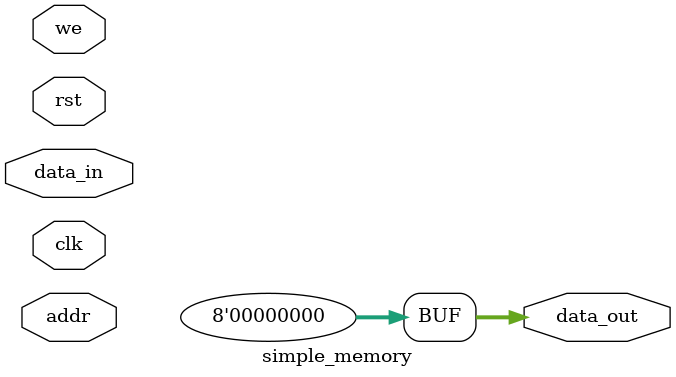
<source format=v>
/* Generated by Yosys 0.55+46 (git sha1 aa1daa702, g++ 11.4.0-1ubuntu1~22.04 -fPIC -O3) */

(* top =  1  *)
(* dynports =  1  *)
(* src = "dut.sv:1.1-36.10" *)
module simple_memory(clk, rst, we, addr, data_in, data_out);
  (* src = "dut.sv:9.34-9.38" *)
  input [3:0] addr;
  wire [3:0] addr;
  (* src = "dut.sv:6.34-6.37" *)
  input clk;
  wire clk;
  (* src = "dut.sv:10.34-10.41" *)
  input [7:0] data_in;
  wire [7:0] data_in;
  (* src = "dut.sv:11.34-11.42" *)
  output [7:0] data_out;
  wire [7:0] data_out;
  (* src = "dut.sv:7.34-7.37" *)
  input rst;
  wire rst;
  (* src = "dut.sv:8.34-8.36" *)
  input we;
  wire we;
  assign data_out = 8'h00;
endmodule

</source>
